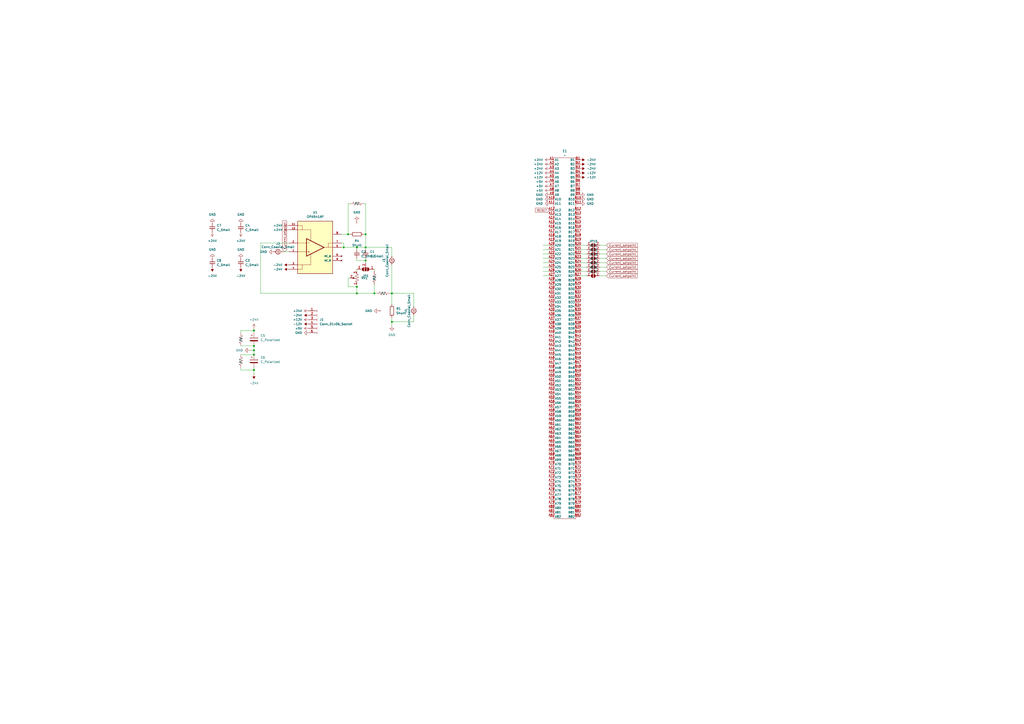
<source format=kicad_sch>
(kicad_sch (version 20231120) (generator "eeschema") (generator_version "8.0")
  (paper "A2")
  (lib_symbols
    (symbol "Connector:Conn_01x06_Socket" (pin_names (offset 1.016) hide)
      (property "Reference" "J" (at 0 7.62 0))
      (property "Value" "Conn_01x06_Socket" (at 0 -10.16 0))
      (symbol "Conn_01x06_Socket_1_1"
        (arc (start 0 -7.112) (mid -0.5058 -7.62) (end 0 -8.128) (stroke (width 0.1524)))
        (arc (start 0 -4.572) (mid -0.5058 -5.08) (end 0 -5.588) (stroke (width 0.1524)))
        (arc (start 0 -2.032) (mid -0.5058 -2.54) (end 0 -3.048) (stroke (width 0.1524)))
        (polyline (pts (xy -1.27 -7.62) (xy -0.508 -7.62)) (stroke (width 0.1524)))
        (polyline (pts (xy -1.27 -5.08) (xy -0.508 -5.08)) (stroke (width 0.1524)))
        (polyline (pts (xy -1.27 -2.54) (xy -0.508 -2.54)) (stroke (width 0.1524)))
        (polyline (pts (xy -1.27 0) (xy -0.508 0)) (stroke (width 0.1524)))
        (polyline (pts (xy -1.27 2.54) (xy -0.508 2.54)) (stroke (width 0.1524)))
        (polyline (pts (xy -1.27 5.08) (xy -0.508 5.08)) (stroke (width 0.1524)))
        (arc (start 0 0.508) (mid -0.5058 0) (end 0 -0.508) (stroke (width 0.1524)))
        (arc (start 0 3.048) (mid -0.5058 2.54) (end 0 2.032) (stroke (width 0.1524)))
        (arc (start 0 5.588) (mid -0.5058 5.08) (end 0 4.572) (stroke (width 0.1524)))
        (pin passive line (at -5.08 5.08 0) (length 3.81) (name "Pin_1") (number "1"))
        (pin passive line (at -5.08 2.54 0) (length 3.81) (name "Pin_2") (number "2"))
        (pin passive line (at -5.08 0 0) (length 3.81) (name "Pin_3") (number "3"))
        (pin passive line (at -5.08 -2.54 0) (length 3.81) (name "Pin_4") (number "4"))
        (pin passive line (at -5.08 -5.08 0) (length 3.81) (name "Pin_5") (number "5"))
        (pin passive line (at -5.08 -7.62 0) (length 3.81) (name "Pin_6") (number "6"))
      )
    )
    (symbol "Connector:Conn_Coaxial_Small" (pin_numbers hide) (pin_names (offset 1.016) hide)
      (property "Reference" "J" (at 0.254 3.048 0))
      (property "Value" "Conn_Coaxial_Small" (at 0 -3.81 0))
      (symbol "Conn_Coaxial_Small_0_1"
        (polyline (pts (xy -2.54 0) (xy -0.508 0)))
        (circle (center 0 0) (radius 0.508) (stroke (width 0.2032)))
      )
      (symbol "Conn_Coaxial_Small_1_1"
        (arc (start -1.1916 -0.6311) (mid 0.327 -1.3081) (end 1.3484 0.0039) (stroke (width 0.3048)))
        (arc (start 1.3484 -0.0039) (mid 0.327 1.3081) (end -1.1916 0.6311) (stroke (width 0.3048)))
        (pin passive line (at -2.54 0 0) (length 1.27) (name "In") (number "1"))
        (pin passive line (at 2.54 0 180) (length 1.27) (name "Ext") (number "2"))
      )
    )
    (symbol "Device:C_Polarized" (pin_numbers hide) (pin_names (offset 0.254))
      (property "Reference" "C" (at 0.635 2.54 0))
      (property "Value" "C_Polarized" (at 0.635 -2.54 0))
      (symbol "C_Polarized_0_1"
        (rectangle (start -2.286 0.508) (end 2.286 1.016))
        (polyline (pts (xy -1.778 2.286) (xy -0.762 2.286)))
        (polyline (pts (xy -1.27 2.794) (xy -1.27 1.778)))
        (rectangle (start 2.286 -0.508) (end -2.286 -1.016) (fill (type outline)))
      )
      (symbol "C_Polarized_1_1"
        (pin passive line (at 0 3.81 270) (length 2.794) (name "~") (number "1"))
        (pin passive line (at 0 -3.81 90) (length 2.794) (name "~") (number "2"))
      )
    )
    (symbol "Device:C_Small" (pin_numbers hide) (pin_names (offset 0.254) hide)
      (property "Reference" "C" (at 0.254 1.778 0))
      (property "Value" "C_Small" (at 0.254 -2.032 0))
      (symbol "C_Small_0_1"
        (polyline (pts (xy -1.524 -0.508) (xy 1.524 -0.508)) (stroke (width 0.3302)))
        (polyline (pts (xy -1.524 0.508) (xy 1.524 0.508)) (stroke (width 0.3048)))
      )
      (symbol "C_Small_1_1"
        (pin passive line (at 0 2.54 270) (length 2.032) (name "~") (number "1"))
        (pin passive line (at 0 -2.54 90) (length 2.032) (name "~") (number "2"))
      )
    )
    (symbol "Device:R" (pin_numbers hide) (pin_names (offset 0))
      (property "Reference" "R8" (at 2.54 1.2701 0))
      (property "Value" "Shunt" (at 2.54 -1.2699 0))
      (symbol "R_0_1"
        (rectangle (start -1.016 -2.54) (end 1.016 2.54) (stroke (width 0.254)))
      )
      (symbol "R_1_1"
        (pin passive line (at 0 3.81 270) (length 1.27) (name "~") (number "1"))
        (pin passive line (at 0 -3.81 90) (length 1.27) (name "~") (number "2"))
        (pin passive line (at -7.62 0 0) (length 1.27) (name "~") (number "3"))
      )
    )
    (symbol "Device:R_Potentiometer_US" (pin_names (offset 1.016) hide)
      (property "Reference" "RV" (at -4.445 0 90))
      (property "Value" "R_Potentiometer_US" (at -2.54 0 90))
      (symbol "R_Potentiometer_US_0_1"
        (polyline (pts (xy 0 -2.286) (xy 0 -2.54)))
        (polyline (pts (xy 0 2.54) (xy 0 2.286)))
        (polyline (pts (xy 2.54 0) (xy 1.524 0)))
        (polyline (pts (xy 1.143 0) (xy 2.286 0.508) (xy 2.286 -0.508) (xy 1.143 0)) (fill (type outline)))
        (polyline (pts (xy 0 -0.762) (xy 1.016 -1.143) (xy 0 -1.524) (xy -1.016 -1.905) (xy 0 -2.286)))
        (polyline (pts (xy 0 0.762) (xy 1.016 0.381) (xy 0 0) (xy -1.016 -0.381) (xy 0 -0.762)))
        (polyline (pts (xy 0 2.286) (xy 1.016 1.905) (xy 0 1.524) (xy -1.016 1.143) (xy 0 0.762)))
      )
      (symbol "R_Potentiometer_US_1_1"
        (pin passive line (at 0 3.81 270) (length 1.27) (name "1") (number "1"))
        (pin passive line (at 3.81 0 180) (length 1.27) (name "2") (number "2"))
        (pin passive line (at 0 -3.81 90) (length 1.27) (name "3") (number "3"))
      )
    )
    (symbol "Device:R_US" (pin_numbers hide) (pin_names (offset 0))
      (property "Reference" "R" (at 2.54 0 90))
      (property "Value" "R_US" (at -2.54 0 90))
      (symbol "R_US_0_1"
        (polyline (pts (xy 0 -2.286) (xy 0 -2.54)))
        (polyline (pts (xy 0 2.286) (xy 0 2.54)))
        (polyline (pts (xy 0 -0.762) (xy 1.016 -1.143) (xy 0 -1.524) (xy -1.016 -1.905) (xy 0 -2.286)))
        (polyline (pts (xy 0 0.762) (xy 1.016 0.381) (xy 0 0) (xy -1.016 -0.381) (xy 0 -0.762)))
        (polyline (pts (xy 0 2.286) (xy 1.016 1.905) (xy 0 1.524) (xy -1.016 1.143) (xy 0 0.762)))
      )
      (symbol "R_US_1_1"
        (pin passive line (at 0 3.81 270) (length 1.27) (name "~") (number "1"))
        (pin passive line (at 0 -3.81 90) (length 1.27) (name "~") (number "2"))
      )
    )
    (symbol "Jumper:SolderJumper_2_Open" (pin_names (offset 0) hide)
      (property "Reference" "JP" (at 0 2.032 0))
      (property "Value" "SolderJumper_2_Open" (at 0 -2.54 0))
      (symbol "SolderJumper_2_Open_0_1"
        (arc (start -0.254 1.016) (mid -1.2656 0) (end -0.254 -1.016))
        (arc (start -0.254 1.016) (mid -1.2656 0) (end -0.254 -1.016) (fill (type outline)))
        (polyline (pts (xy -0.254 1.016) (xy -0.254 -1.016)))
        (polyline (pts (xy 0.254 1.016) (xy 0.254 -1.016)))
        (arc (start 0.254 -1.016) (mid 1.2656 0) (end 0.254 1.016))
        (arc (start 0.254 -1.016) (mid 1.2656 0) (end 0.254 1.016) (fill (type outline)))
      )
      (symbol "SolderJumper_2_Open_1_1"
        (pin passive line (at -3.81 0 0) (length 2.54) (name "A") (number "1"))
        (pin passive line (at 3.81 0 180) (length 2.54) (name "B") (number "2"))
      )
    )
    (symbol "Jumper:SolderJumper_3_Open" (pin_names (offset 0) hide)
      (property "Reference" "JP" (at -2.54 -2.54 0))
      (property "Value" "SolderJumper_3_Open" (at 0 2.794 0))
      (symbol "SolderJumper_3_Open_0_1"
        (arc (start -1.016 1.016) (mid -2.0276 0) (end -1.016 -1.016))
        (arc (start -1.016 1.016) (mid -2.0276 0) (end -1.016 -1.016) (fill (type outline)))
        (rectangle (start -0.508 1.016) (end 0.508 -1.016) (fill (type outline)))
        (polyline (pts (xy -2.54 0) (xy -2.032 0)))
        (polyline (pts (xy -1.016 1.016) (xy -1.016 -1.016)))
        (polyline (pts (xy 0 -1.27) (xy 0 -1.016)))
        (polyline (pts (xy 1.016 1.016) (xy 1.016 -1.016)))
        (polyline (pts (xy 2.54 0) (xy 2.032 0)))
        (arc (start 1.016 -1.016) (mid 2.0276 0) (end 1.016 1.016))
        (arc (start 1.016 -1.016) (mid 2.0276 0) (end 1.016 1.016) (fill (type outline)))
      )
      (symbol "SolderJumper_3_Open_1_1"
        (pin passive line (at -5.08 0 0) (length 2.54) (name "A") (number "1"))
        (pin passive line (at 0 -3.81 90) (length 2.54) (name "C") (number "2"))
        (pin passive line (at 5.08 0 180) (length 2.54) (name "B") (number "3"))
      )
    )
    (symbol "OPA541AP:OPA541AP" (pin_names (offset 1.016))
      (property "Reference" "U" (at -10.16 16.002 0))
      (property "Value" "OPA541AP" (at -10.16 -16.002 0))
      (symbol "OPA541AP_0_0"
        (rectangle (start -10.16 -15.24) (end 10.16 15.24) (stroke (width 0.254)) (fill (type background)))
        (polyline (pts (xy -10.16 -12.7) (xy -7.62 -12.7)) (stroke (width 0.1524)))
        (polyline (pts (xy -10.16 -10.16) (xy -7.62 -10.16)) (stroke (width 0.1524)))
        (polyline (pts (xy -10.16 -2.54) (xy -5.08 -2.54)) (stroke (width 0.1524)))
        (polyline (pts (xy -10.16 2.54) (xy -5.08 2.54)) (stroke (width 0.1524)))
        (polyline (pts (xy -10.16 10.16) (xy -7.62 10.16)) (stroke (width 0.1524)))
        (polyline (pts (xy -10.16 12.7) (xy -7.62 12.7)) (stroke (width 0.1524)))
        (polyline (pts (xy -7.62 -12.7) (xy -7.62 -10.16)) (stroke (width 0.1524)))
        (polyline (pts (xy -7.62 -10.16) (xy -2.54 -10.16)) (stroke (width 0.1524)))
        (polyline (pts (xy -7.62 10.16) (xy -2.54 10.16)) (stroke (width 0.1524)))
        (polyline (pts (xy -7.62 12.7) (xy -7.62 10.16)) (stroke (width 0.1524)))
        (polyline (pts (xy -5.08 -5.08) (xy -2.54 -3.81)) (stroke (width 0.4064)))
        (polyline (pts (xy -5.08 -2.54) (xy -5.08 -5.08)) (stroke (width 0.4064)))
        (polyline (pts (xy -5.08 2.54) (xy -5.08 -2.54)) (stroke (width 0.4064)))
        (polyline (pts (xy -5.08 5.08) (xy -5.08 2.54)) (stroke (width 0.4064)))
        (polyline (pts (xy -4.445 -2.54) (xy -3.175 -2.54)) (stroke (width 0.1524)))
        (polyline (pts (xy -4.445 2.54) (xy -3.175 2.54)) (stroke (width 0.1524)))
        (polyline (pts (xy -3.81 -1.905) (xy -3.81 -3.175)) (stroke (width 0.1524)))
        (polyline (pts (xy -2.54 -10.16) (xy -2.54 -3.81)) (stroke (width 0.1524)))
        (polyline (pts (xy -2.54 -3.81) (xy 5.08 0)) (stroke (width 0.4064)))
        (polyline (pts (xy -2.54 3.81) (xy -5.08 5.08)) (stroke (width 0.4064)))
        (polyline (pts (xy -2.54 10.16) (xy -2.54 3.81)) (stroke (width 0.1524)))
        (polyline (pts (xy 5.08 0) (xy -2.54 3.81)) (stroke (width 0.4064)))
        (polyline (pts (xy 5.08 0) (xy 7.62 0)) (stroke (width 0.1524)))
        (polyline (pts (xy 7.62 0) (xy 10.16 0)) (stroke (width 0.1524)))
        (polyline (pts (xy 7.62 2.54) (xy 7.62 0)) (stroke (width 0.1524)))
        (polyline (pts (xy 10.16 2.54) (xy 7.62 2.54)) (stroke (width 0.1524)))
        (pin input line (at -15.24 -2.54 0) (length 5.08) (name "~") (number "1"))
        (pin power_in line (at -15.24 10.16 0) (length 5.08) (name "~") (number "10"))
        (pin power_in line (at -15.24 12.7 0) (length 5.08) (name "~") (number "11"))
        (pin input line (at -15.24 2.54 0) (length 5.08) (name "~") (number "2"))
        (pin power_in line (at -15.24 -10.16 0) (length 5.08) (name "~") (number "3"))
        (pin power_in line (at -15.24 -12.7 0) (length 5.08) (name "~") (number "4"))
        (pin output line (at 15.24 0 180) (length 5.08) (name "~") (number "5"))
        (pin no_connect line (at 15.24 -5.08 180) (length 5.08) (name "NC_6") (number "6"))
        (pin output line (at 15.24 2.54 180) (length 5.08) (name "~") (number "7"))
        (pin input line (at 15.24 7.62 180) (length 5.08) (name "~") (number "8"))
        (pin no_connect line (at 15.24 -7.62 180) (length 5.08) (name "NC_9") (number "9"))
      )
    )
    (symbol "power:+12V" (power) (pin_numbers hide) (pin_names (offset 0) hide)
      (property "Value" "+12V" (at 0 3.556 0))
      (symbol "+12V_0_1"
        (polyline (pts (xy -0.762 1.27) (xy 0 2.54)))
        (polyline (pts (xy 0 0) (xy 0 2.54)))
        (polyline (pts (xy 0 2.54) (xy 0.762 1.27)))
      )
      (symbol "+12V_1_1"
        (pin power_in line (at 0 0 90) (length 0) (name "~") (number "1"))
      )
    )
    (symbol "power:+24V" (power) (pin_numbers hide) (pin_names (offset 0) hide)
      (property "Value" "+24V" (at 0 3.556 0))
      (symbol "+24V_0_1"
        (polyline (pts (xy -0.762 1.27) (xy 0 2.54)))
        (polyline (pts (xy 0 0) (xy 0 2.54)))
        (polyline (pts (xy 0 2.54) (xy 0.762 1.27)))
      )
      (symbol "+24V_1_1"
        (pin power_in line (at 0 0 90) (length 0) (name "~") (number "1"))
      )
    )
    (symbol "power:+5V" (power) (pin_numbers hide) (pin_names (offset 0) hide)
      (property "Value" "+5V" (at 0 3.556 0))
      (symbol "+5V_0_1"
        (polyline (pts (xy -0.762 1.27) (xy 0 2.54)))
        (polyline (pts (xy 0 0) (xy 0 2.54)))
        (polyline (pts (xy 0 2.54) (xy 0.762 1.27)))
      )
      (symbol "+5V_1_1"
        (pin power_in line (at 0 0 90) (length 0) (name "~") (number "1"))
      )
    )
    (symbol "power:-12V" (power) (pin_numbers hide) (pin_names (offset 0) hide)
      (property "Value" "-12V" (at 0 3.556 0))
      (symbol "-12V_0_0"
        (pin power_in line (at 0 0 90) (length 0) (name "~") (number "1"))
      )
      (symbol "-12V_0_1"
        (polyline (pts (xy 0 0) (xy 0 1.27) (xy 0.762 1.27) (xy 0 2.54) (xy -0.762 1.27) (xy 0 1.27)) (fill (type outline)))
      )
    )
    (symbol "power:-24V" (power) (pin_numbers hide) (pin_names (offset 0) hide)
      (property "Value" "-24V" (at 0 3.556 0))
      (symbol "-24V_0_0"
        (pin power_in line (at 0 0 90) (length 0) (name "~") (number "1"))
      )
      (symbol "-24V_0_1"
        (polyline (pts (xy 0 0) (xy 0 1.27) (xy 0.762 1.27) (xy 0 2.54) (xy -0.762 1.27) (xy 0 1.27)) (fill (type outline)))
      )
    )
    (symbol "power:GND" (power) (pin_numbers hide) (pin_names (offset 0) hide)
      (property "Value" "GND" (at 0 -3.81 0))
      (symbol "GND_0_1"
        (polyline (pts (xy 0 0) (xy 0 -1.27) (xy 1.27 -1.27) (xy 0 -2.54) (xy -1.27 -1.27) (xy 0 -1.27)))
      )
      (symbol "GND_1_1"
        (pin power_in line (at 0 0 270) (length 0) (name "~") (number "1"))
      )
    )
    (symbol "vac_cont_lib:pcie_x16"
      (property "Reference" "E1" (at 3.81 2.54 0))
      (property "Value" "~" (at 3.81 0 0))
      (symbol "pcie_x16_0_1"
        (rectangle (start -2.54 -1.27) (end 10.16 -210.82))
      )
      (symbol "pcie_x16_1_1"
        (pin input line (at -5.08 -2.54 0) (length 2.54) (name "A1") (number "A1"))
        (pin input line (at -5.08 -25.4 0) (length 2.54) (name "A10") (number "A10"))
        (pin input line (at -5.08 -27.94 0) (length 2.54) (name "A11") (number "A11"))
        (pin input line (at -5.08 -31.75 0) (length 2.54) (name "A12") (number "A12"))
        (pin input line (at -5.08 -34.29 0) (length 2.54) (name "A13") (number "A13"))
        (pin input line (at -5.08 -36.83 0) (length 2.54) (name "A14") (number "A14"))
        (pin input line (at -5.08 -39.37 0) (length 2.54) (name "A15") (number "A15"))
        (pin input line (at -5.08 -41.91 0) (length 2.54) (name "A16") (number "A16"))
        (pin input line (at -5.08 -44.45 0) (length 2.54) (name "A17") (number "A17"))
        (pin input line (at -5.08 -46.99 0) (length 2.54) (name "A18") (number "A18"))
        (pin input line (at -5.08 -49.53 0) (length 2.54) (name "A19") (number "A19"))
        (pin input line (at -5.08 -5.08 0) (length 2.54) (name "A2") (number "A2"))
        (pin input line (at -5.08 -52.07 0) (length 2.54) (name "A20") (number "A20"))
        (pin input line (at -5.08 -54.61 0) (length 2.54) (name "A21") (number "A21"))
        (pin input line (at -5.08 -57.15 0) (length 2.54) (name "A22") (number "A22"))
        (pin input line (at -5.08 -59.69 0) (length 2.54) (name "A23") (number "A23"))
        (pin input line (at -5.08 -62.23 0) (length 2.54) (name "A24") (number "A24"))
        (pin input line (at -5.08 -64.77 0) (length 2.54) (name "A25") (number "A25"))
        (pin input line (at -5.08 -67.31 0) (length 2.54) (name "A26") (number "A26"))
        (pin input line (at -5.08 -69.85 0) (length 2.54) (name "A27") (number "A27"))
        (pin input line (at -5.08 -72.39 0) (length 2.54) (name "A28") (number "A28"))
        (pin input line (at -5.08 -74.93 0) (length 2.54) (name "A29") (number "A29"))
        (pin input line (at -5.08 -7.62 0) (length 2.54) (name "A3") (number "A3"))
        (pin input line (at -5.08 -77.47 0) (length 2.54) (name "A30") (number "A30"))
        (pin input line (at -5.08 -80.01 0) (length 2.54) (name "A31") (number "A31"))
        (pin input line (at -5.08 -82.55 0) (length 2.54) (name "A32") (number "A32"))
        (pin input line (at -5.08 -85.09 0) (length 2.54) (name "A33") (number "A33"))
        (pin input line (at -5.08 -87.63 0) (length 2.54) (name "A34") (number "A34"))
        (pin input line (at -5.08 -90.17 0) (length 2.54) (name "A35") (number "A35"))
        (pin input line (at -5.08 -92.71 0) (length 2.54) (name "A36") (number "A36"))
        (pin input line (at -5.08 -95.25 0) (length 2.54) (name "A37") (number "A37"))
        (pin input line (at -5.08 -97.79 0) (length 2.54) (name "A38") (number "A38"))
        (pin input line (at -5.08 -100.33 0) (length 2.54) (name "A39") (number "A39"))
        (pin input line (at -5.08 -10.16 0) (length 2.54) (name "A4") (number "A4"))
        (pin input line (at -5.08 -102.87 0) (length 2.54) (name "A40") (number "A40"))
        (pin input line (at -5.08 -105.41 0) (length 2.54) (name "A41") (number "A41"))
        (pin input line (at -5.08 -107.95 0) (length 2.54) (name "A42") (number "A42"))
        (pin input line (at -5.08 -110.49 0) (length 2.54) (name "A43") (number "A43"))
        (pin input line (at -5.08 -113.03 0) (length 2.54) (name "A44") (number "A44"))
        (pin input line (at -5.08 -115.57 0) (length 2.54) (name "A45") (number "A45"))
        (pin input line (at -5.08 -118.11 0) (length 2.54) (name "A46") (number "A46"))
        (pin input line (at -5.08 -120.65 0) (length 2.54) (name "A47") (number "A47"))
        (pin input line (at -5.08 -123.19 0) (length 2.54) (name "A48") (number "A48"))
        (pin input line (at -5.08 -125.73 0) (length 2.54) (name "A49") (number "A49"))
        (pin input line (at -5.08 -12.7 0) (length 2.54) (name "A5") (number "A5"))
        (pin input line (at -5.08 -128.27 0) (length 2.54) (name "A50") (number "A50"))
        (pin input line (at -5.08 -130.81 0) (length 2.54) (name "A51") (number "A51"))
        (pin input line (at -5.08 -133.35 0) (length 2.54) (name "A52") (number "A52"))
        (pin input line (at -5.08 -135.89 0) (length 2.54) (name "A53") (number "A53"))
        (pin input line (at -5.08 -138.43 0) (length 2.54) (name "A54") (number "A54"))
        (pin input line (at -5.08 -140.97 0) (length 2.54) (name "A55") (number "A55"))
        (pin input line (at -5.08 -143.51 0) (length 2.54) (name "A56") (number "A56"))
        (pin input line (at -5.08 -146.05 0) (length 2.54) (name "A57") (number "A57"))
        (pin input line (at -5.08 -148.59 0) (length 2.54) (name "A58") (number "A58"))
        (pin input line (at -5.08 -151.13 0) (length 2.54) (name "A59") (number "A59"))
        (pin input line (at -5.08 -15.24 0) (length 2.54) (name "A6") (number "A6"))
        (pin input line (at -5.08 -153.67 0) (length 2.54) (name "A60") (number "A60"))
        (pin input line (at -5.08 -156.21 0) (length 2.54) (name "A61") (number "A61"))
        (pin input line (at -5.08 -158.75 0) (length 2.54) (name "A62") (number "A62"))
        (pin input line (at -5.08 -161.29 0) (length 2.54) (name "A63") (number "A63"))
        (pin input line (at -5.08 -163.83 0) (length 2.54) (name "A64") (number "A64"))
        (pin input line (at -5.08 -166.37 0) (length 2.54) (name "A65") (number "A65"))
        (pin input line (at -5.08 -168.91 0) (length 2.54) (name "A66") (number "A66"))
        (pin input line (at -5.08 -171.45 0) (length 2.54) (name "A67") (number "A67"))
        (pin input line (at -5.08 -173.99 0) (length 2.54) (name "A68") (number "A68"))
        (pin input line (at -5.08 -176.53 0) (length 2.54) (name "A69") (number "A69"))
        (pin input line (at -5.08 -17.78 0) (length 2.54) (name "A7") (number "A7"))
        (pin input line (at -5.08 -179.07 0) (length 2.54) (name "A70") (number "A70"))
        (pin input line (at -5.08 -181.61 0) (length 2.54) (name "A71") (number "A71"))
        (pin input line (at -5.08 -184.15 0) (length 2.54) (name "A72") (number "A72"))
        (pin input line (at -5.08 -186.69 0) (length 2.54) (name "A73") (number "A73"))
        (pin input line (at -5.08 -189.23 0) (length 2.54) (name "A74") (number "A74"))
        (pin input line (at -5.08 -191.77 0) (length 2.54) (name "A75") (number "A75"))
        (pin input line (at -5.08 -194.31 0) (length 2.54) (name "A76") (number "A76"))
        (pin input line (at -5.08 -196.85 0) (length 2.54) (name "A77") (number "A77"))
        (pin input line (at -5.08 -199.39 0) (length 2.54) (name "A78") (number "A78"))
        (pin input line (at -5.08 -201.93 0) (length 2.54) (name "A79") (number "A79"))
        (pin input line (at -5.08 -20.32 0) (length 2.54) (name "A8") (number "A8"))
        (pin input line (at -5.08 -204.47 0) (length 2.54) (name "A80") (number "A80"))
        (pin input line (at -5.08 -207.01 0) (length 2.54) (name "A81") (number "A81"))
        (pin input line (at -5.08 -209.55 0) (length 2.54) (name "A82") (number "A82"))
        (pin input line (at -5.08 -22.86 0) (length 2.54) (name "A9") (number "A9"))
        (pin input line (at 12.7 -2.54 180) (length 2.54) (name "B1") (number "B1"))
        (pin input line (at 12.7 -25.4 180) (length 2.54) (name "B10") (number "B10"))
        (pin input line (at 12.7 -27.94 180) (length 2.54) (name "B11") (number "B11"))
        (pin input line (at 12.7 -31.75 180) (length 2.54) (name "B12") (number "B12"))
        (pin input line (at 12.7 -34.29 180) (length 2.54) (name "B13") (number "B13"))
        (pin input line (at 12.7 -36.83 180) (length 2.54) (name "B14") (number "B14"))
        (pin input line (at 12.7 -39.37 180) (length 2.54) (name "B15") (number "B15"))
        (pin input line (at 12.7 -41.91 180) (length 2.54) (name "B16") (number "B16"))
        (pin input line (at 12.7 -44.45 180) (length 2.54) (name "B17") (number "B17"))
        (pin input line (at 12.7 -46.99 180) (length 2.54) (name "B18") (number "B18"))
        (pin input line (at 12.7 -49.53 180) (length 2.54) (name "B19") (number "B19"))
        (pin input line (at 12.7 -5.08 180) (length 2.54) (name "B2") (number "B2"))
        (pin input line (at 12.7 -52.07 180) (length 2.54) (name "B20") (number "B20"))
        (pin input line (at 12.7 -54.61 180) (length 2.54) (name "B21") (number "B21"))
        (pin input line (at 12.7 -57.15 180) (length 2.54) (name "B22") (number "B22"))
        (pin input line (at 12.7 -59.69 180) (length 2.54) (name "B23") (number "B23"))
        (pin input line (at 12.7 -62.23 180) (length 2.54) (name "B24") (number "B24"))
        (pin input line (at 12.7 -64.77 180) (length 2.54) (name "B25") (number "B25"))
        (pin input line (at 12.7 -67.31 180) (length 2.54) (name "B26") (number "B26"))
        (pin input line (at 12.7 -69.85 180) (length 2.54) (name "B27") (number "B27"))
        (pin input line (at 12.7 -72.39 180) (length 2.54) (name "B28") (number "B28"))
        (pin input line (at 12.7 -74.93 180) (length 2.54) (name "B29") (number "B29"))
        (pin input line (at 12.7 -7.62 180) (length 2.54) (name "B3") (number "B3"))
        (pin input line (at 12.7 -77.47 180) (length 2.54) (name "B30") (number "B30"))
        (pin input line (at 12.7 -80.01 180) (length 2.54) (name "B31") (number "B31"))
        (pin input line (at 12.7 -82.55 180) (length 2.54) (name "B32") (number "B32"))
        (pin input line (at 12.7 -85.09 180) (length 2.54) (name "B33") (number "B33"))
        (pin input line (at 12.7 -87.63 180) (length 2.54) (name "B34") (number "B34"))
        (pin input line (at 12.7 -90.17 180) (length 2.54) (name "B35") (number "B35"))
        (pin input line (at 12.7 -92.71 180) (length 2.54) (name "B36") (number "B36"))
        (pin input line (at 12.7 -95.25 180) (length 2.54) (name "B37") (number "B37"))
        (pin input line (at 12.7 -97.79 180) (length 2.54) (name "B38") (number "B38"))
        (pin input line (at 12.7 -100.33 180) (length 2.54) (name "B39") (number "B39"))
        (pin input line (at 12.7 -10.16 180) (length 2.54) (name "B4") (number "B4"))
        (pin input line (at 12.7 -102.87 180) (length 2.54) (name "B40") (number "B40"))
        (pin input line (at 12.7 -105.41 180) (length 2.54) (name "B41") (number "B41"))
        (pin input line (at 12.7 -107.95 180) (length 2.54) (name "B42") (number "B42"))
        (pin input line (at 12.7 -110.49 180) (length 2.54) (name "B43") (number "B43"))
        (pin input line (at 12.7 -113.03 180) (length 2.54) (name "B44") (number "B44"))
        (pin input line (at 12.7 -115.57 180) (length 2.54) (name "B45") (number "B45"))
        (pin input line (at 12.7 -118.11 180) (length 2.54) (name "B46") (number "B46"))
        (pin input line (at 12.7 -120.65 180) (length 2.54) (name "B47") (number "B47"))
        (pin input line (at 12.7 -123.19 180) (length 2.54) (name "B48") (number "B48"))
        (pin input line (at 12.7 -125.73 180) (length 2.54) (name "B49") (number "B49"))
        (pin input line (at 12.7 -12.7 180) (length 2.54) (name "B5") (number "B5"))
        (pin input line (at 12.7 -128.27 180) (length 2.54) (name "B50") (number "B50"))
        (pin input line (at 12.7 -130.81 180) (length 2.54) (name "B51") (number "B51"))
        (pin input line (at 12.7 -133.35 180) (length 2.54) (name "B52") (number "B52"))
        (pin input line (at 12.7 -135.89 180) (length 2.54) (name "B53") (number "B53"))
        (pin input line (at 12.7 -138.43 180) (length 2.54) (name "B54") (number "B54"))
        (pin input line (at 12.7 -140.97 180) (length 2.54) (name "B55") (number "B55"))
        (pin input line (at 12.7 -143.51 180) (length 2.54) (name "B56") (number "B56"))
        (pin input line (at 12.7 -146.05 180) (length 2.54) (name "B57") (number "B57"))
        (pin input line (at 12.7 -148.59 180) (length 2.54) (name "B58") (number "B58"))
        (pin input line (at 12.7 -151.13 180) (length 2.54) (name "B59") (number "B59"))
        (pin input line (at 12.7 -15.24 180) (length 2.54) (name "B6") (number "B6"))
        (pin input line (at 12.7 -153.67 180) (length 2.54) (name "B60") (number "B60"))
        (pin input line (at 12.7 -156.21 180) (length 2.54) (name "B61") (number "B61"))
        (pin input line (at 12.7 -158.75 180) (length 2.54) (name "B62") (number "B62"))
        (pin input line (at 12.7 -161.29 180) (length 2.54) (name "B63") (number "B63"))
        (pin input line (at 12.7 -163.83 180) (length 2.54) (name "B64") (number "B64"))
        (pin input line (at 12.7 -166.37 180) (length 2.54) (name "B65") (number "B65"))
        (pin input line (at 12.7 -168.91 180) (length 2.54) (name "B66") (number "B66"))
        (pin input line (at 12.7 -171.45 180) (length 2.54) (name "B67") (number "B67"))
        (pin input line (at 12.7 -173.99 180) (length 2.54) (name "B68") (number "B68"))
        (pin input line (at 12.7 -176.53 180) (length 2.54) (name "B69") (number "B69"))
        (pin input line (at 12.7 -17.78 180) (length 2.54) (name "B7") (number "B7"))
        (pin input line (at 12.7 -179.07 180) (length 2.54) (name "B70") (number "B70"))
        (pin input line (at 12.7 -181.61 180) (length 2.54) (name "B71") (number "B71"))
        (pin input line (at 12.7 -184.15 180) (length 2.54) (name "B72") (number "B72"))
        (pin input line (at 12.7 -186.69 180) (length 2.54) (name "B73") (number "B73"))
        (pin input line (at 12.7 -189.23 180) (length 2.54) (name "B74") (number "B74"))
        (pin input line (at 12.7 -191.77 180) (length 2.54) (name "B75") (number "B75"))
        (pin input line (at 12.7 -194.31 180) (length 2.54) (name "B76") (number "B76"))
        (pin input line (at 12.7 -196.85 180) (length 2.54) (name "B77") (number "B77"))
        (pin input line (at 12.7 -199.39 180) (length 2.54) (name "B78") (number "B78"))
        (pin input line (at 12.7 -201.93 180) (length 2.54) (name "B79") (number "B79"))
        (pin input line (at 12.7 -20.32 180) (length 2.54) (name "B8") (number "B8"))
        (pin input line (at 12.7 -204.47 180) (length 2.54) (name "B80") (number "B80"))
        (pin input line (at 12.7 -207.01 180) (length 2.54) (name "B81") (number "B81"))
        (pin input line (at 12.7 -209.55 180) (length 2.54) (name "B82") (number "B82"))
        (pin input line (at 12.7 -22.86 180) (length 2.54) (name "B9") (number "B9"))
      )
    )
  )
  (junction (at 212.09 151.13))
  (junction (at 217.17 170.18))
  (junction (at 147.32 191.77))
  (junction (at 212.09 135.89))
  (junction (at 199.39 143.51))
  (junction (at 207.01 143.51))
  (junction (at 207.01 166.37))
  (junction (at 147.32 214.63))
  (junction (at 201.93 135.89))
  (junction (at 212.09 143.51))
  (junction (at 227.33 170.18))
  (junction (at 147.32 203.2))
  (junction (at 147.32 200.66))
  (junction (at 147.32 205.74))
  (junction (at 207.01 170.18))
  (junction (at 227.33 186.69))
  (wire (pts (xy 139.7 200.66) (xy 147.32 200.66)))
  (wire (pts (xy 212.09 151.13) (xy 212.09 152.4)))
  (wire (pts (xy 139.7 214.63) (xy 147.32 214.63)))
  (wire (pts (xy 144.78 203.2) (xy 147.32 203.2)))
  (wire (pts (xy 139.7 191.77) (xy 139.7 193.04)))
  (wire (pts (xy 314.96 142.24) (xy 318.77 142.24)))
  (wire (pts (xy 227.33 186.69) (xy 227.33 189.23)))
  (wire (pts (xy 351.79 149.86) (xy 347.98 149.86)))
  (wire (pts (xy 217.17 165.1) (xy 217.17 170.18)))
  (wire (pts (xy 207.01 170.18) (xy 217.17 170.18)))
  (wire (pts (xy 351.79 152.4) (xy 347.98 152.4)))
  (wire (pts (xy 139.7 205.74) (xy 147.32 205.74)))
  (wire (pts (xy 227.33 153.67) (xy 227.33 170.18)))
  (wire (pts (xy 151.13 140.97) (xy 151.13 170.18)))
  (wire (pts (xy 201.93 135.89) (xy 203.2 135.89)))
  (wire (pts (xy 340.36 144.78) (xy 336.55 144.78)))
  (wire (pts (xy 314.96 152.4) (xy 318.77 152.4)))
  (wire (pts (xy 147.32 205.74) (xy 147.32 203.2)))
  (wire (pts (xy 351.79 144.78) (xy 347.98 144.78)))
  (wire (pts (xy 212.09 143.51) (xy 212.09 144.78)))
  (wire (pts (xy 314.96 149.86) (xy 318.77 149.86)))
  (wire (pts (xy 201.93 166.37) (xy 207.01 166.37)))
  (wire (pts (xy 207.01 151.13) (xy 212.09 151.13)))
  (wire (pts (xy 340.36 149.86) (xy 336.55 149.86)))
  (wire (pts (xy 240.03 182.88) (xy 240.03 186.69)))
  (wire (pts (xy 203.2 118.11) (xy 201.93 118.11)))
  (wire (pts (xy 212.09 118.11) (xy 212.09 135.89)))
  (wire (pts (xy 147.32 191.77) (xy 147.32 193.04)))
  (wire (pts (xy 147.32 214.63) (xy 147.32 213.36)))
  (wire (pts (xy 340.36 154.94) (xy 336.55 154.94)))
  (wire (pts (xy 201.93 161.29) (xy 201.93 166.37)))
  (wire (pts (xy 207.01 156.21) (xy 207.01 157.48)))
  (wire (pts (xy 139.7 191.77) (xy 147.32 191.77)))
  (wire (pts (xy 217.17 156.21) (xy 217.17 157.48)))
  (wire (pts (xy 207.01 143.51) (xy 212.09 143.51)))
  (wire (pts (xy 210.82 135.89) (xy 212.09 135.89)))
  (wire (pts (xy 212.09 143.51) (xy 227.33 143.51)))
  (wire (pts (xy 147.32 200.66) (xy 147.32 203.2)))
  (wire (pts (xy 207.01 149.86) (xy 207.01 151.13)))
  (wire (pts (xy 198.12 143.51) (xy 199.39 143.51)))
  (wire (pts (xy 314.96 154.94) (xy 318.77 154.94)))
  (wire (pts (xy 340.36 157.48) (xy 336.55 157.48)))
  (wire (pts (xy 240.03 186.69) (xy 227.33 186.69)))
  (wire (pts (xy 314.96 144.78) (xy 318.77 144.78)))
  (wire (pts (xy 139.7 214.63) (xy 139.7 213.36)))
  (wire (pts (xy 198.12 135.89) (xy 201.93 135.89)))
  (wire (pts (xy 207.01 143.51) (xy 207.01 144.78)))
  (wire (pts (xy 163.83 146.05) (xy 167.64 146.05)))
  (wire (pts (xy 227.33 184.15) (xy 227.33 186.69)))
  (wire (pts (xy 201.93 118.11) (xy 201.93 135.89)))
  (wire (pts (xy 217.17 170.18) (xy 218.44 170.18)))
  (wire (pts (xy 351.79 154.94) (xy 347.98 154.94)))
  (wire (pts (xy 240.03 170.18) (xy 227.33 170.18)))
  (wire (pts (xy 314.96 157.48) (xy 318.77 157.48)))
  (wire (pts (xy 226.06 170.18) (xy 227.33 170.18)))
  (wire (pts (xy 227.33 143.51) (xy 227.33 148.59)))
  (wire (pts (xy 340.36 152.4) (xy 336.55 152.4)))
  (wire (pts (xy 351.79 157.48) (xy 347.98 157.48)))
  (wire (pts (xy 147.32 190.5) (xy 147.32 191.77)))
  (wire (pts (xy 351.79 160.02) (xy 347.98 160.02)))
  (wire (pts (xy 167.64 140.97) (xy 151.13 140.97)))
  (wire (pts (xy 210.82 118.11) (xy 212.09 118.11)))
  (wire (pts (xy 207.01 166.37) (xy 207.01 170.18)))
  (wire (pts (xy 207.01 166.37) (xy 207.01 165.1)))
  (wire (pts (xy 212.09 135.89) (xy 212.09 143.51)))
  (wire (pts (xy 147.32 217.17) (xy 147.32 214.63)))
  (wire (pts (xy 351.79 147.32) (xy 347.98 147.32)))
  (wire (pts (xy 340.36 147.32) (xy 336.55 147.32)))
  (wire (pts (xy 212.09 149.86) (xy 212.09 151.13)))
  (wire (pts (xy 351.79 142.24) (xy 347.98 142.24)))
  (wire (pts (xy 198.12 140.97) (xy 199.39 140.97)))
  (wire (pts (xy 314.96 147.32) (xy 318.77 147.32)))
  (wire (pts (xy 203.2 161.29) (xy 201.93 161.29)))
  (wire (pts (xy 340.36 160.02) (xy 336.55 160.02)))
  (wire (pts (xy 199.39 143.51) (xy 207.01 143.51)))
  (wire (pts (xy 340.36 142.24) (xy 336.55 142.24)))
  (wire (pts (xy 314.96 160.02) (xy 318.77 160.02)))
  (wire (pts (xy 199.39 140.97) (xy 199.39 143.51)))
  (wire (pts (xy 151.13 170.18) (xy 207.01 170.18)))
  (wire (pts (xy 240.03 177.8) (xy 240.03 170.18)))
  (wire (pts (xy 227.33 170.18) (xy 227.33 176.53)))
  (global_label "Current_setpoint" (shape input) (at 351.79 152.4 0) (property "Intersheetrefs" "${INTERSHEET_REFS}" (effects (hide yes))))
  (global_label "Current_setpoint" (shape input) (at 351.79 154.94 0) (property "Intersheetrefs" "${INTERSHEET_REFS}" (effects (hide yes))))
  (global_label "Current_setpoint" (shape input) (at 351.79 142.24 0) (property "Intersheetrefs" "${INTERSHEET_REFS}" (effects (hide yes))))
  (global_label "Current_setpoint" (shape input) (at 351.79 149.86 0) (property "Intersheetrefs" "${INTERSHEET_REFS}" (effects (hide yes))))
  (global_label "Current_setpoint" (shape input) (at 351.79 160.02 0) (property "Intersheetrefs" "${INTERSHEET_REFS}" (effects (hide yes))))
  (global_label "Current_setpoint" (shape input) (at 351.79 147.32 0) (property "Intersheetrefs" "${INTERSHEET_REFS}" (effects (hide yes))))
  (global_label "Current_setpoint" (shape input) (at 351.79 157.48 0) (property "Intersheetrefs" "${INTERSHEET_REFS}" (effects (hide yes))))
  (global_label "Current_setpoint" (shape input) (at 165.1 146.05 90) (property "Intersheetrefs" "${INTERSHEET_REFS}" (effects (hide yes))))
  (global_label "RESET" (shape input) (at 318.77 121.92 180) (property "Intersheetrefs" "${INTERSHEET_REFS}" (effects (hide yes))))
  (global_label "Current_setpoint" (shape input) (at 351.79 144.78 0) (property "Intersheetrefs" "${INTERSHEET_REFS}" (effects (hide yes))))
  (symbol (lib_id "Jumper:SolderJumper_2_Open") (at 344.17 147.32 0) (unit 1)
    (property "Reference" "JP12" (at 344.17 145.034 0))
    (property "Value" "SolderJumper_2_Open" (effects (hide yes)))
    (property "Footprint" "Jumper:SolderJumper-2_P1.3mm_Open_RoundedPad1.0x1.5mm" (effects (hide yes)))
    (property "Description" "Solder Jumper, 2-pole, open" (effects (hide yes)))
  )
  (symbol (lib_id "power:+24V") (at 167.64 130.81 90) (unit 1)
    (property "Reference" "#PWR01" (effects (hide yes)))
    (property "Value" "+24V" (at 163.83 130.8099 90) (effects (justify left)))
    (property "Description" "Power symbol creates a global label with name \"+24V\"" (effects (hide yes)))
  )
  (symbol (lib_id "Device:C_Small") (at 212.09 147.32 0) (unit 1)
    (property "Reference" "C1" (at 214.63 146.0562 0) (effects (justify left)))
    (property "Value" "C_Small" (at 214.63 148.5962 0) (effects (justify left)))
    (property "Footprint" "Capacitor_SMD:C_0603_1608Metric_Pad1.08x0.95mm_HandSolder" (effects (hide yes)))
    (property "Description" "Unpolarized capacitor, small symbol" (effects (hide yes)))
  )
  (symbol (lib_id "Jumper:SolderJumper_2_Open") (at 344.17 142.24 0) (unit 1)
    (property "Reference" "JP10" (at 344.17 139.954 0))
    (property "Value" "SolderJumper_2_Open" (effects (hide yes)))
    (property "Footprint" "Jumper:SolderJumper-2_P1.3mm_Open_RoundedPad1.0x1.5mm" (effects (hide yes)))
    (property "Description" "Solder Jumper, 2-pole, open" (effects (hide yes)))
  )
  (symbol (lib_id "Device:R_US") (at 222.25 170.18 90) (unit 1)
    (property "Reference" "R2" (at 222.25 170.18 90))
    (property "Value" "1k" (effects (hide yes)))
    (property "Footprint" "Capacitor_SMD:C_0603_1608Metric_Pad1.08x0.95mm_HandSolder" (effects (hide yes)))
    (property "Datasheet" "CPF0603F100KC1" (effects (hide yes)))
  )
  (symbol (lib_id "power:-12V") (at 336.55 102.87 270) (unit 1)
    (property "Reference" "#PWR060" (effects (hide yes)))
    (property "Value" "-12V" (at 340.36 102.8699 90) (effects (justify left)))
    (property "Description" "Power symbol creates a global label with name \"-12V\"" (effects (hide yes)))
  )
  (symbol (lib_id "power:+5V") (at 318.77 110.49 90) (unit 1)
    (property "Reference" "#PWR052" (effects (hide yes)))
    (property "Value" "+5V" (at 314.96 110.4899 90) (effects (justify left)))
    (property "Description" "Power symbol creates a global label with name \"+5V\"" (effects (hide yes)))
  )
  (symbol (lib_id "power:-12V") (at 336.55 100.33 270) (unit 1)
    (property "Reference" "#PWR059" (effects (hide yes)))
    (property "Value" "-12V" (at 340.36 100.3299 90) (effects (justify left)))
    (property "Description" "Power symbol creates a global label with name \"-12V\"" (effects (hide yes)))
  )
  (symbol (lib_id "Device:R_US") (at 207.01 118.11 90) (unit 1)
    (property "Reference" "R5" (at 207.01 118.11 90))
    (property "Value" "0.3" (effects (hide yes)))
    (property "Footprint" "Resistor_THT:R_Axial_DIN0204_L3.6mm_D1.6mm_P7.62mm_Horizontal" (effects (hide yes)))
    (property "Datasheet" "CPF0603F100KC1" (effects (hide yes)))
  )
  (symbol (lib_id "Device:R_Potentiometer_US") (at 207.01 161.29 180) (unit 1)
    (property "Reference" "RV1" (at 209.55 161.2899 0) (effects (justify right)))
    (property "Value" "R_Potentiometer_US" (effects (hide yes)))
    (property "Footprint" "Potentiometer_SMD:Potentiometer_Bourns_3269P_Horizontal" (effects (hide yes)))
    (property "Datasheet" "3269P-1-502LF" (effects (hide yes)))
    (property "Description" "Potentiometer, US symbol" (effects (hide yes)))
  )
  (symbol (lib_id "power:+5V") (at 179.07 190.5 90) (unit 1)
    (property "Reference" "#PWR013" (effects (hide yes)))
    (property "Value" "+5V" (at 175.26 190.4999 90) (effects (justify left)))
    (property "Description" "Power symbol creates a global label with name \"+5V\"" (effects (hide yes)))
  )
  (symbol (lib_id "power:-24V") (at 336.55 95.25 270) (unit 1)
    (property "Reference" "#PWR057" (effects (hide yes)))
    (property "Value" "-24V" (at 340.36 95.2499 90) (effects (justify left)))
    (property "Description" "Power symbol creates a global label with name \"-24V\"" (effects (hide yes)))
  )
  (symbol (lib_id "Jumper:SolderJumper_2_Open") (at 344.17 152.4 0) (unit 1)
    (property "Reference" "JP14" (at 344.17 150.114 0))
    (property "Value" "SolderJumper_2_Open" (effects (hide yes)))
    (property "Footprint" "Jumper:SolderJumper-2_P1.3mm_Open_RoundedPad1.0x1.5mm" (effects (hide yes)))
    (property "Description" "Solder Jumper, 2-pole, open" (effects (hide yes)))
  )
  (symbol (lib_id "power:+24V") (at 179.07 180.34 90) (unit 1)
    (property "Reference" "#PWR09" (effects (hide yes)))
    (property "Value" "+24V" (at 175.26 180.3399 90) (effects (justify left)))
    (property "Description" "Power symbol creates a global label with name \"+24V\"" (effects (hide yes)))
  )
  (symbol (lib_id "power:-24V") (at 167.64 156.21 90) (unit 1)
    (property "Reference" "#PWR04" (effects (hide yes)))
    (property "Value" "-24V" (at 163.83 156.2099 90) (effects (justify left)))
    (property "Description" "Power symbol creates a global label with name \"-24V\"" (effects (hide yes)))
  )
  (symbol (lib_id "power:-24V") (at 123.19 154.94 180) (unit 1)
    (property "Reference" "#PWR025" (effects (hide yes)))
    (property "Value" "-24V" (at 123.19 160.02 0))
    (property "Description" "Power symbol creates a global label with name \"-24V\"" (effects (hide yes)))
  )
  (symbol (lib_id "power:-24V") (at 139.7 154.94 180) (unit 1)
    (property "Reference" "#PWR015" (effects (hide yes)))
    (property "Value" "-24V" (at 139.7 160.02 0))
    (property "Description" "Power symbol creates a global label with name \"-24V\"" (effects (hide yes)))
  )
  (symbol (lib_id "Jumper:SolderJumper_3_Open") (at 212.09 156.21 180) (unit 1)
    (property "Reference" "JP1" (at 212.09 160.02 0))
    (property "Value" "SolderJumper_3_Open" (effects (hide yes)))
    (property "Footprint" "Jumper:SolderJumper-3_P1.3mm_Open_RoundedPad1.0x1.5mm" (effects (hide yes)))
    (property "Description" "Solder Jumper, 3-pole, open" (effects (hide yes)))
  )
  (symbol (lib_id "vac_cont_lib:pcie_x16") (at 323.85 90.17 0) (unit 1)
    (property "Reference" "E1" (at 327.66 87.63 0))
    (property "Value" "~" (at 327.66 90.17 0))
    (property "Footprint" "Connector_PCBEdge:BUS_PCIexpress_x16" (effects (hide yes)))
  )
  (symbol (lib_id "power:GND") (at 139.7 149.86 180) (unit 1)
    (property "Reference" "#PWR016" (effects (hide yes)))
    (property "Value" "GND" (at 139.7 144.78 0))
    (property "Description" "Power symbol creates a global label with name \"GND\" , ground" (effects (hide yes)))
  )
  (symbol (lib_id "power:GND") (at 219.71 180.34 270) (unit 1)
    (property "Reference" "#PWR06" (effects (hide yes)))
    (property "Value" "GND" (at 215.9 180.3399 90) (effects (justify right)))
    (property "Description" "Power symbol creates a global label with name \"GND\" , ground" (effects (hide yes)))
  )
  (symbol (lib_id "power:GND") (at 336.55 115.57 90) (unit 1)
    (property "Reference" "#PWR062" (effects (hide yes)))
    (property "Value" "GND" (at 340.36 115.5699 90) (effects (justify right)))
    (property "Description" "Power symbol creates a global label with name \"GND\" , ground" (effects (hide yes)))
  )
  (symbol (lib_id "power:+24V") (at 147.32 190.5 0) (unit 1)
    (property "Reference" "#PWR020" (effects (hide yes)))
    (property "Value" "+24V" (at 147.32 185.42 0))
  )
  (symbol (lib_id "Device:C_Small") (at 207.01 147.32 0) (unit 1)
    (property "Reference" "C2" (at 209.55 146.0562 0) (effects (justify left)))
    (property "Value" "C_Small" (at 209.55 148.5962 0) (effects (justify left)))
    (property "Footprint" "Capacitor_THT:C_Disc_D6.0mm_W2.5mm_P5.00mm" (effects (hide yes)))
    (property "Description" "Unpolarized capacitor, small symbol" (effects (hide yes)))
  )
  (symbol (lib_id "power:GND") (at 336.55 118.11 90) (unit 1)
    (property "Reference" "#PWR063" (effects (hide yes)))
    (property "Value" "GND" (at 340.36 118.1099 90) (effects (justify right)))
    (property "Description" "Power symbol creates a global label with name \"GND\" , ground" (effects (hide yes)))
  )
  (symbol (lib_id "power:+12V") (at 318.77 100.33 90) (unit 1)
    (property "Reference" "#PWR048" (effects (hide yes)))
    (property "Value" "+12V" (at 314.96 100.3299 90) (effects (justify left)))
    (property "Description" "Power symbol creates a global label with name \"+12V\"" (effects (hide yes)))
  )
  (symbol (lib_id "power:+5V") (at 318.77 107.95 90) (unit 1)
    (property "Reference" "#PWR051" (effects (hide yes)))
    (property "Value" "+5V" (at 314.96 107.9499 90) (effects (justify left)))
    (property "Description" "Power symbol creates a global label with name \"+5V\"" (effects (hide yes)))
  )
  (symbol (lib_id "Connector:Conn_Coaxial_Small") (at 240.03 180.34 270) (unit 1)
    (property "Reference" "J4" (at 235.458 180.34 0))
    (property "Value" "Conn_Coaxial_Small" (at 237.236 180.34 0))
    (property "Footprint" "Connector_Coaxial:BNC_Amphenol_B6252HB-NPP3G-50_Horizontal" (effects (hide yes)))
    (property "Description" "small coaxial connector (BNC, SMA, SMB, SMC, Cinch/RCA, LEMO, ...)" (effects (hide yes)))
  )
  (symbol (lib_id "power:+24V") (at 318.77 92.71 90) (unit 1)
    (property "Reference" "#PWR045" (effects (hide yes)))
    (property "Value" "+24V" (at 314.96 92.7099 90) (effects (justify left)))
    (property "Description" "Power symbol creates a global label with name \"+24V\"" (effects (hide yes)))
  )
  (symbol (lib_id "Device:C_Small") (at 123.19 132.08 0) (unit 1)
    (property "Reference" "C7" (at 125.73 130.8162 0) (effects (justify left)))
    (property "Value" "C_Small" (at 125.73 133.3562 0) (effects (justify left)))
    (property "Footprint" "Capacitor_SMD:C_0603_1608Metric_Pad1.08x0.95mm_HandSolder" (effects (hide yes)))
    (property "Description" "Unpolarized capacitor, small symbol" (effects (hide yes)))
  )
  (symbol (lib_id "power:+5V") (at 318.77 105.41 90) (unit 1)
    (property "Reference" "#PWR050" (effects (hide yes)))
    (property "Value" "+5V" (at 314.96 105.4099 90) (effects (justify left)))
    (property "Description" "Power symbol creates a global label with name \"+5V\"" (effects (hide yes)))
  )
  (symbol (lib_id "Device:R_US") (at 217.17 161.29 0) (unit 1)
    (property "Reference" "R3" (at 217.17 161.29 90))
    (property "Value" "20k" (effects (hide yes)))
    (property "Footprint" "Capacitor_SMD:C_0603_1608Metric_Pad1.08x0.95mm_HandSolder" (effects (hide yes)))
    (property "Datasheet" "CPF0603F100KC1" (effects (hide yes)))
  )
  (symbol (lib_id "power:GND") (at 123.19 149.86 180) (unit 1)
    (property "Reference" "#PWR024" (effects (hide yes)))
    (property "Value" "GND" (at 123.19 144.78 0))
    (property "Description" "Power symbol creates a global label with name \"GND\" , ground" (effects (hide yes)))
  )
  (symbol (lib_id "power:-24V") (at 147.32 217.17 180) (unit 1)
    (property "Reference" "#PWR021" (effects (hide yes)))
    (property "Value" "-24V" (at 147.32 222.25 0))
  )
  (symbol (lib_id "Device:C_Small") (at 123.19 152.4 0) (unit 1)
    (property "Reference" "C8" (at 125.73 151.1362 0) (effects (justify left)))
    (property "Value" "C_Small" (at 125.73 153.6762 0) (effects (justify left)))
    (property "Footprint" "Capacitor_SMD:C_0603_1608Metric_Pad1.08x0.95mm_HandSolder" (effects (hide yes)))
    (property "Description" "Unpolarized capacitor, small symbol" (effects (hide yes)))
  )
  (symbol (lib_id "Connector:Conn_Coaxial_Small") (at 227.33 151.13 270) (unit 1)
    (property "Reference" "J3" (at 222.758 151.13 0))
    (property "Value" "Conn_Coaxial_Small" (at 224.536 151.13 0))
    (property "Footprint" "Connector_Coaxial:BNC_Amphenol_B6252HB-NPP3G-50_Horizontal" (effects (hide yes)))
    (property "Description" "small coaxial connector (BNC, SMA, SMB, SMC, Cinch/RCA, LEMO, ...)" (effects (hide yes)))
  )
  (symbol (lib_id "Device:R") (at 207.01 135.89 270) (unit 1)
    (property "Reference" "R4" (at 207.01 139.7 90))
    (property "Value" "Shunt" (at 207.01 142.24 90))
    (property "Footprint" "Library:TO-263-2_TabPin1" (effects (hide yes)))
    (property "Datasheet" "PWR263S-35-R330F" (effects (hide yes)))
    (property "Description" "Resistor" (effects (hide yes)))
  )
  (symbol (lib_id "Jumper:SolderJumper_2_Open") (at 344.17 144.78 0) (unit 1)
    (property "Reference" "JP11" (at 344.17 142.494 0))
    (property "Value" "SolderJumper_2_Open" (effects (hide yes)))
    (property "Footprint" "Jumper:SolderJumper-2_P1.3mm_Open_RoundedPad1.0x1.5mm" (effects (hide yes)))
    (property "Description" "Solder Jumper, 2-pole, open" (effects (hide yes)))
  )
  (symbol (lib_id "power:-24V") (at 179.07 182.88 90) (unit 1)
    (property "Reference" "#PWR010" (effects (hide yes)))
    (property "Value" "-24V" (at 175.26 182.8799 90) (effects (justify left)))
    (property "Description" "Power symbol creates a global label with name \"-24V\"" (effects (hide yes)))
  )
  (symbol (lib_id "power:-24V") (at 336.55 97.79 270) (unit 1)
    (property "Reference" "#PWR058" (effects (hide yes)))
    (property "Value" "-24V" (at 340.36 97.7899 90) (effects (justify left)))
    (property "Description" "Power symbol creates a global label with name \"-24V\"" (effects (hide yes)))
  )
  (symbol (lib_id "Jumper:SolderJumper_2_Open") (at 344.17 157.48 0) (unit 1)
    (property "Reference" "JP16" (at 344.17 155.194 0))
    (property "Value" "SolderJumper_2_Open" (effects (hide yes)))
    (property "Footprint" "Jumper:SolderJumper-2_P1.3mm_Open_RoundedPad1.0x1.5mm" (effects (hide yes)))
    (property "Description" "Solder Jumper, 2-pole, open" (effects (hide yes)))
  )
  (symbol (lib_id "power:+12V") (at 179.07 185.42 90) (unit 1)
    (property "Reference" "#PWR011" (effects (hide yes)))
    (property "Value" "+12V" (at 175.26 185.4199 90) (effects (justify left)))
    (property "Description" "Power symbol creates a global label with name \"+12V\"" (effects (hide yes)))
  )
  (symbol (lib_id "Jumper:SolderJumper_2_Open") (at 344.17 154.94 0) (unit 1)
    (property "Reference" "JP15" (at 344.17 152.654 0))
    (property "Value" "SolderJumper_2_Open" (effects (hide yes)))
    (property "Footprint" "Jumper:SolderJumper-2_P1.3mm_Open_RoundedPad1.0x1.5mm" (effects (hide yes)))
    (property "Description" "Solder Jumper, 2-pole, open" (effects (hide yes)))
  )
  (symbol (lib_id "power:-24V") (at 336.55 92.71 270) (unit 1)
    (property "Reference" "#PWR056" (effects (hide yes)))
    (property "Value" "-24V" (at 340.36 92.7099 90) (effects (justify left)))
    (property "Description" "Power symbol creates a global label with name \"-24V\"" (effects (hide yes)))
  )
  (symbol (lib_id "power:GND") (at 318.77 118.11 270) (unit 1)
    (property "Reference" "#PWR055" (effects (hide yes)))
    (property "Value" "GND" (at 314.96 118.1101 90) (effects (justify right)))
    (property "Description" "Power symbol creates a global label with name \"GND\" , ground" (effects (hide yes)))
  )
  (symbol (lib_id "power:+12V") (at 318.77 102.87 90) (unit 1)
    (property "Reference" "#PWR049" (effects (hide yes)))
    (property "Value" "+12V" (at 314.96 102.8699 90) (effects (justify left)))
    (property "Description" "Power symbol creates a global label with name \"+12V\"" (effects (hide yes)))
  )
  (symbol (lib_id "Jumper:SolderJumper_2_Open") (at 344.17 160.02 0) (unit 1)
    (property "Reference" "JP17" (at 344.17 157.734 0))
    (property "Value" "SolderJumper_2_Open" (effects (hide yes)))
    (property "Footprint" "Jumper:SolderJumper-2_P1.3mm_Open_RoundedPad1.0x1.5mm" (effects (hide yes)))
    (property "Description" "Solder Jumper, 2-pole, open" (effects (hide yes)))
  )
  (symbol (lib_id "Device:C_Polarized") (at 147.32 196.85 0) (unit 1)
    (property "Reference" "C5" (at 151.13 194.691 0) (effects (justify left)))
    (property "Value" "C_Polarized" (at 151.13 197.231 0) (effects (justify left)))
    (property "Footprint" "Capacitor_THT:CP_Radial_D10.0mm_P5.00mm" (effects (hide yes)))
    (property "Datasheet" "A750MV227M1HAAE020" (effects (hide yes)))
  )
  (symbol (lib_id "power:+24V") (at 167.64 133.35 90) (unit 1)
    (property "Reference" "#PWR02" (effects (hide yes)))
    (property "Value" "+24V" (at 163.83 133.3499 90) (effects (justify left)))
    (property "Description" "Power symbol creates a global label with name \"+24V\"" (effects (hide yes)))
  )
  (symbol (lib_id "Device:C_Small") (at 139.7 152.4 0) (unit 1)
    (property "Reference" "C3" (at 142.24 151.1362 0) (effects (justify left)))
    (property "Value" "C_Small" (at 142.24 153.6762 0) (effects (justify left)))
    (property "Footprint" "Capacitor_SMD:C_0603_1608Metric_Pad1.08x0.95mm_HandSolder" (effects (hide yes)))
    (property "Description" "Unpolarized capacitor, small symbol" (effects (hide yes)))
  )
  (symbol (lib_id "power:+24V") (at 123.19 134.62 180) (unit 1)
    (property "Reference" "#PWR023" (effects (hide yes)))
    (property "Value" "+24V" (at 123.19 139.7 0))
    (property "Description" "Power symbol creates a global label with name \"+24V\"" (effects (hide yes)))
  )
  (symbol (lib_id "power:GND") (at 144.78 203.2 270) (unit 1)
    (property "Reference" "#PWR019" (effects (hide yes)))
    (property "Value" "GND" (at 140.97 203.2 90) (effects (justify right)))
  )
  (symbol (lib_id "Device:C_Polarized") (at 147.32 209.55 0) (unit 1)
    (property "Reference" "C6" (at 151.13 207.391 0) (effects (justify left)))
    (property "Value" "C_Polarized" (at 151.13 209.931 0) (effects (justify left)))
    (property "Footprint" "Capacitor_THT:CP_Radial_D10.0mm_P5.00mm" (effects (hide yes)))
    (property "Datasheet" "A750MV227M1HAAE020" (effects (hide yes)))
  )
  (symbol (lib_id "power:-12V") (at 179.07 187.96 90) (unit 1)
    (property "Reference" "#PWR012" (effects (hide yes)))
    (property "Value" "-12V" (at 175.26 187.9599 90) (effects (justify left)))
    (property "Description" "Power symbol creates a global label with name \"-12V\"" (effects (hide yes)))
  )
  (symbol (lib_id "power:GND") (at 179.07 193.04 270) (unit 1)
    (property "Reference" "#PWR014" (effects (hide yes)))
    (property "Value" "GND" (at 175.26 193.0401 90) (effects (justify right)))
    (property "Description" "Power symbol creates a global label with name \"GND\" , ground" (effects (hide yes)))
  )
  (symbol (lib_id "OPA541AP:OPA541AP") (at 182.88 143.51 0) (unit 1)
    (property "Reference" "U1" (at 182.88 123.19 0))
    (property "Value" "OPA541AP" (at 182.88 125.73 0))
    (property "Footprint" "Library:TO170P2027X462X2456-11" (effects (hide yes)))
    (property "MF" "Texas Instruments" (effects (hide yes)))
    (property "MAXIMUM_PACKAGE_HEIGHT" "24.56mm" (effects (hide yes)))
    (property "Package" "TO-220-11 Texas Instruments" (effects (hide yes)))
    (property "Price" "None" (effects (hide yes)))
    (property "Check_prices" "https://www.snapeda.com/parts/OPA541AP/Texas+Instruments/view-part/?ref=eda" (effects (hide yes)))
    (property "STANDARD" "IPC-7351B" (effects (hide yes)))
    (property "PARTREV" "B" (effects (hide yes)))
    (property "SnapEDA_Link" "https://www.snapeda.com/parts/OPA541AP/Texas+Instruments/view-part/?ref=snap" (effects (hide yes)))
    (property "SNAPEDA_PACKAGE_ID" "102954" (effects (hide yes)))
    (property "MP" "OPA541AP" (effects (hide yes)))
    (property "Description_1" "\n                        \n                            High Power Monolithic Operational Amplifier\n                        \n" (effects (hide yes)))
    (property "Availability" "In Stock" (effects (hide yes)))
    (property "MANUFACTURER" "Texas Instruments" (effects (hide yes)))
  )
  (symbol (lib_id "Device:R_US") (at 139.7 196.85 180) (unit 1)
    (property "Reference" "R6" (at 139.7 196.85 90))
    (property "Value" "100k" (effects (hide yes)))
    (property "Footprint" "Resistor_SMD:R_0603_1608Metric_Pad0.98x0.95mm_HandSolder" (effects (hide yes)))
    (property "Datasheet" "CPF0603F100KC1" (effects (hide yes)))
  )
  (symbol (lib_id "power:+24V") (at 139.7 134.62 180) (unit 1)
    (property "Reference" "#PWR018" (effects (hide yes)))
    (property "Value" "+24V" (at 139.7 139.7 0))
    (property "Description" "Power symbol creates a global label with name \"+24V\"" (effects (hide yes)))
  )
  (symbol (lib_id "Jumper:SolderJumper_2_Open") (at 344.17 149.86 0) (unit 1)
    (property "Reference" "JP13" (at 344.17 147.574 0))
    (property "Value" "SolderJumper_2_Open" (effects (hide yes)))
    (property "Footprint" "Jumper:SolderJumper-2_P1.3mm_Open_RoundedPad1.0x1.5mm" (effects (hide yes)))
    (property "Description" "Solder Jumper, 2-pole, open" (effects (hide yes)))
  )
  (symbol (lib_id "power:+24V") (at 318.77 95.25 90) (unit 1)
    (property "Reference" "#PWR046" (effects (hide yes)))
    (property "Value" "+24V" (at 314.96 95.2499 90) (effects (justify left)))
    (property "Description" "Power symbol creates a global label with name \"+24V\"" (effects (hide yes)))
  )
  (symbol (lib_id "Device:R_US") (at 139.7 209.55 180) (unit 1)
    (property "Reference" "R7" (at 139.7 209.55 90))
    (property "Value" "100k" (effects (hide yes)))
    (property "Footprint" "Resistor_SMD:R_0603_1608Metric_Pad0.98x0.95mm_HandSolder" (effects (hide yes)))
    (property "Datasheet" "CPF0603F100KC1" (effects (hide yes)))
  )
  (symbol (lib_id "power:GND") (at 318.77 113.03 270) (unit 1)
    (property "Reference" "#PWR053" (effects (hide yes)))
    (property "Value" "GND" (at 314.96 113.0301 90) (effects (justify right)))
    (property "Description" "Power symbol creates a global label with name \"GND\" , ground" (effects (hide yes)))
  )
  (symbol (lib_id "power:GND") (at 336.55 113.03 90) (unit 1)
    (property "Reference" "#PWR061" (effects (hide yes)))
    (property "Value" "GND" (at 340.36 113.0299 90) (effects (justify right)))
    (property "Description" "Power symbol creates a global label with name \"GND\" , ground" (effects (hide yes)))
  )
  (symbol (lib_id "Connector:Conn_Coaxial_Small") (at 161.29 146.05 180) (unit 1)
    (property "Reference" "J2" (at 161.29 141.478 0))
    (property "Value" "Conn_Coaxial_Small" (at 161.29 143.256 0))
    (property "Footprint" "Connector_Coaxial:BNC_Amphenol_B6252HB-NPP3G-50_Horizontal" (effects (hide yes)))
    (property "Description" "small coaxial connector (BNC, SMA, SMB, SMC, Cinch/RCA, LEMO, ...)" (effects (hide yes)))
  )
  (symbol (lib_id "power:+24V") (at 318.77 97.79 90) (unit 1)
    (property "Reference" "#PWR047" (effects (hide yes)))
    (property "Value" "+24V" (at 314.96 97.7899 90) (effects (justify left)))
    (property "Description" "Power symbol creates a global label with name \"+24V\"" (effects (hide yes)))
  )
  (symbol (lib_id "power:GND") (at 227.33 189.23 0) (unit 1)
    (property "Reference" "#PWR05" (effects (hide yes)))
    (property "Value" "GND" (at 227.33 194.31 0))
    (property "Description" "Power symbol creates a global label with name \"GND\" , ground" (effects (hide yes)))
  )
  (symbol (lib_id "Device:R") (at 227.33 180.34 0) (unit 1)
    (property "Reference" "R1" (at 229.87 179.0699 0) (effects (justify left)))
    (property "Value" "Shunt" (at 229.87 181.6099 0) (effects (justify left)))
    (property "Footprint" "Library:TO-263-2_TabPin1" (effects (hide yes)))
    (property "Datasheet" "PWR263S-35-1R00FE" (effects (hide yes)))
    (property "Description" "Resistor" (effects (hide yes)))
  )
  (symbol (lib_id "power:GND") (at 318.77 115.57 270) (unit 1)
    (property "Reference" "#PWR054" (effects (hide yes)))
    (property "Value" "GND" (at 314.96 115.5701 90) (effects (justify right)))
    (property "Description" "Power symbol creates a global label with name \"GND\" , ground" (effects (hide yes)))
  )
  (symbol (lib_id "power:GND") (at 158.75 146.05 270) (unit 1)
    (property "Reference" "#PWR08" (effects (hide yes)))
    (property "Value" "GND" (at 154.94 146.0499 90) (effects (justify right)))
    (property "Description" "Power symbol creates a global label with name \"GND\" , ground" (effects (hide yes)))
  )
  (symbol (lib_id "Device:C_Small") (at 139.7 132.08 0) (unit 1)
    (property "Reference" "C4" (at 142.24 130.8162 0) (effects (justify left)))
    (property "Value" "C_Small" (at 142.24 133.3562 0) (effects (justify left)))
    (property "Footprint" "Capacitor_SMD:C_0603_1608Metric_Pad1.08x0.95mm_HandSolder" (effects (hide yes)))
    (property "Description" "Unpolarized capacitor, small symbol" (effects (hide yes)))
  )
  (symbol (lib_id "power:GND") (at 123.19 129.54 180) (unit 1)
    (property "Reference" "#PWR022" (effects (hide yes)))
    (property "Value" "GND" (at 123.19 124.46 0))
    (property "Description" "Power symbol creates a global label with name \"GND\" , ground" (effects (hide yes)))
  )
  (symbol (lib_id "Connector:Conn_01x06_Socket") (at 184.15 185.42 0) (unit 1)
    (property "Reference" "J1" (at 185.42 185.4199 0) (effects (justify left)))
    (property "Value" "Conn_01x06_Socket" (at 185.42 187.9599 0) (effects (justify left)))
    (property "Footprint" "Connector_Phoenix_MC:PhoenixContact_MC_1,5_6-GF-3.81_1x06_P3.81mm_Horizontal_ThreadedFlange_MountHole" (effects (hide yes)))
    (property "Datasheet" "https://www.mouser.com/ProductDetail/Phoenix-Contact/1827907?qs=Xflg4jNzfa5y060O8IrPDA%3D%3D" (effects (hide yes)))
    (property "Description" "Generic connector, single row, 01x06, script generated" (effects (hide yes)))
  )
  (symbol (lib_id "power:GND") (at 207.01 128.27 180) (unit 1)
    (property "Reference" "#PWR07" (effects (hide yes)))
    (property "Value" "GND" (at 207.01 123.19 0))
    (property "Description" "Power symbol creates a global label with name \"GND\" , ground" (effects (hide yes)))
  )
  (symbol (lib_id "power:GND") (at 139.7 129.54 180) (unit 1)
    (property "Reference" "#PWR017" (effects (hide yes)))
    (property "Value" "GND" (at 139.7 124.46 0))
    (property "Description" "Power symbol creates a global label with name \"GND\" , ground" (effects (hide yes)))
  )
  (symbol (lib_id "power:-24V") (at 167.64 153.67 90) (unit 1)
    (property "Reference" "#PWR03" (effects (hide yes)))
    (property "Value" "-24V" (at 163.83 153.6699 90) (effects (justify left)))
    (property "Description" "Power symbol creates a global label with name \"-24V\"" (effects (hide yes)))
  )
)
</source>
